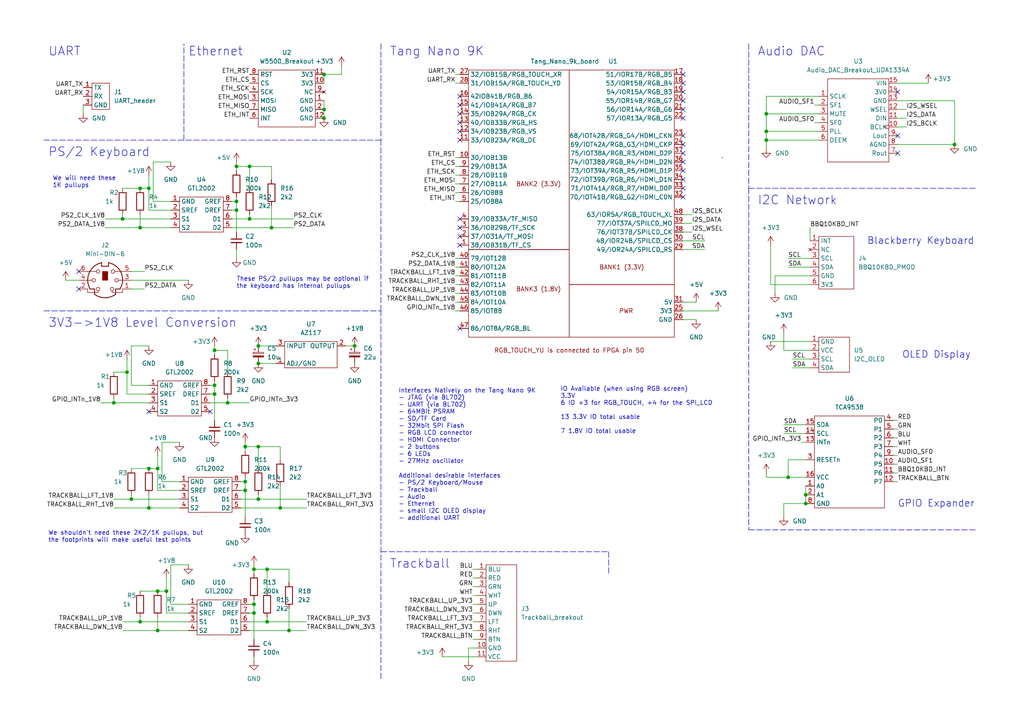
<source format=kicad_sch>
(kicad_sch (version 20211123) (generator eeschema)
  (paper "A4")
  (title_block (title "Tang Nano 9K Carrier Board") (date "2022-06-05") (rev "A") (company "Joseph Hindmarsh"))
  (lib_symbols
    (symbol "Connector:Mini-DIN-6" (pin_names (offset 1.016))
      (property "Reference" "J" (at 0 6.35 0))
      (property "Value" "Mini-DIN-6" (at 0 -6.35 0))
      (symbol "Mini-DIN-6_1_1"
        (pin passive line (at 7.62 -2.54 180) (length 2.54) (name "~") (number "1"))
        (pin passive line (at -7.62 -2.54 0) (length 2.54) (name "~") (number "2"))
        (pin passive line (at 7.62 0 180) (length 2.54) (name "~") (number "3"))
        (pin passive line (at -7.62 0 0) (length 2.54) (name "~") (number "4"))
        (pin passive line (at 7.62 2.54 180) (length 2.54) (name "~") (number "5"))
        (pin passive line (at -7.62 2.54 0) (length 2.54) (name "~") (number "6"))
      )
    )
    (symbol "Device:C_Polarized_Small" (pin_numbers hide) (pin_names (offset 0.254) hide)
      (property "Reference" "C" (at 0.254 1.778 0))
      (property "Value" "C_Polarized_Small" (at 0.254 -2.032 0))
      (symbol "C_Polarized_Small_1_1"
        (pin passive line (at 0 2.54 270) (length 1.8542) (name "~") (number "1"))
        (pin passive line (at 0 -2.54 90) (length 1.8542) (name "~") (number "2"))
      )
    )
    (symbol "Device:C_Small" (pin_numbers hide) (pin_names (offset 0.254) hide)
      (property "Reference" "C" (at 0.254 1.778 0))
      (property "Value" "C_Small" (at 0.254 -2.032 0))
      (symbol "C_Small_1_1"
        (pin passive line (at 0 2.54 270) (length 2.032) (name "~") (number "1"))
        (pin passive line (at 0 -2.54 90) (length 2.032) (name "~") (number "2"))
      )
    )
    (symbol "Device:R" (pin_numbers hide) (pin_names (offset 0))
      (property "Reference" "R" (at 2.032 0 90))
      (property "Value" "R" (at 0 0 90))
      (symbol "R_1_1"
        (pin passive line (at 0 3.81 270) (length 1.27) (name "~") (number "1"))
        (pin passive line (at 0 -3.81 90) (length 1.27) (name "~") (number "2"))
      )
    )
    (symbol "GTL2002_1"
      (property "Reference" "U" (at 0 0 0))
      (property "Value" "GTL2002_1" (at 0 12.7 0))
      (symbol "GTL2002_1_1_1"
        (pin power_in line (at -8.89 10.16 0) (length 2.54) (name "GND") (number "1"))
        (pin power_in line (at -8.89 7.62 0) (length 2.54) (name "SREF") (number "2"))
        (pin bidirectional line (at -8.89 5.08 0) (length 2.54) (name "S1") (number "3"))
        (pin bidirectional line (at -8.89 2.54 0) (length 2.54) (name "S2") (number "4"))
        (pin bidirectional line (at 8.89 2.54 180) (length 2.54) (name "D2") (number "5"))
        (pin bidirectional line (at 8.89 5.08 180) (length 2.54) (name "D1") (number "6"))
        (pin input line (at 8.89 7.62 180) (length 2.54) (name "DREF") (number "7"))
        (pin input line (at 8.89 10.16 180) (length 2.54) (name "GREF") (number "8"))
      )
    )
    (symbol "GTL2002_2"
      (property "Reference" "U" (at 0 0 0))
      (property "Value" "GTL2002_2" (at 0 12.7 0))
      (symbol "GTL2002_2_1_1"
        (pin power_in line (at -8.89 10.16 0) (length 2.54) (name "GND") (number "1"))
        (pin power_in line (at -8.89 7.62 0) (length 2.54) (name "SREF") (number "2"))
        (pin bidirectional line (at -8.89 5.08 0) (length 2.54) (name "S1") (number "3"))
        (pin bidirectional line (at -8.89 2.54 0) (length 2.54) (name "S2") (number "4"))
        (pin bidirectional line (at 8.89 2.54 180) (length 2.54) (name "D2") (number "5"))
        (pin bidirectional line (at 8.89 5.08 180) (length 2.54) (name "D1") (number "6"))
        (pin input line (at 8.89 7.62 180) (length 2.54) (name "DREF") (number "7"))
        (pin input line (at 8.89 10.16 180) (length 2.54) (name "GREF") (number "8"))
      )
    )
    (symbol "GTL2002_3"
      (property "Reference" "U" (at 0 0 0))
      (property "Value" "GTL2002_3" (at 0 12.7 0))
      (symbol "GTL2002_3_1_1"
        (pin power_in line (at -8.89 10.16 0) (length 2.54) (name "GND") (number "1"))
        (pin power_in line (at -8.89 7.62 0) (length 2.54) (name "SREF") (number "2"))
        (pin bidirectional line (at -8.89 5.08 0) (length 2.54) (name "S1") (number "3"))
        (pin bidirectional line (at -8.89 2.54 0) (length 2.54) (name "S2") (number "4"))
        (pin bidirectional line (at 8.89 2.54 180) (length 2.54) (name "D2") (number "5"))
        (pin bidirectional line (at 8.89 5.08 180) (length 2.54) (name "D1") (number "6"))
        (pin input line (at 8.89 7.62 180) (length 2.54) (name "DREF") (number "7"))
        (pin input line (at 8.89 10.16 180) (length 2.54) (name "GREF") (number "8"))
      )
    )
    (symbol "fpca:AZ117"
      (property "Reference" "U" (at 0 0 0))
      (property "Value" "AZ117" (at 0 10.16 0))
      (symbol "AZ117_1_1"
        (pin power_in line (at -10.16 2.54 0) (length 2.54) (name "ADJ/GND") (number "1"))
        (pin power_out line (at 10.16 7.62 180) (length 2.54) (name "OUTPUT") (number "2"))
        (pin power_in line (at -10.16 7.62 0) (length 2.54) (name "INPUT") (number "3"))
      )
    )
    (symbol "fpca:Audio_DAC_Breakout_UDA1334A"
      (property "Reference" "U" (at 0 0 0))
      (property "Value" "Audio_DAC_Breakout_UDA1334A" (at 0 27.94 0))
      (symbol "Audio_DAC_Breakout_UDA1334A_1_1"
        (pin input line (at -11.43 21.59 0) (length 2.54) (name "SCLK") (number "1"))
        (pin input clock (at 11.43 12.7 180) (length 2.54) (name "BCLK") (number "10"))
        (pin input line (at 11.43 15.24 180) (length 2.54) (name "DIN") (number "11"))
        (pin input line (at 11.43 17.78 180) (length 2.54) (name "WSEL") (number "12"))
        (pin power_in line (at 11.43 20.32 180) (length 2.54) (name "GND") (number "13"))
        (pin power_in line (at 11.43 22.86 180) (length 2.54) (name "3V0") (number "14"))
        (pin power_in line (at 11.43 25.4 180) (length 2.54) (name "VIN") (number "15"))
        (pin input line (at -11.43 19.05 0) (length 2.54) (name "SF1") (number "2"))
        (pin input line (at -11.43 16.51 0) (length 2.54) (name "MUTE") (number "3"))
        (pin input line (at -11.43 13.97 0) (length 2.54) (name "SF0") (number "4"))
        (pin input line (at -11.43 11.43 0) (length 2.54) (name "PLL") (number "5"))
        (pin input line (at -11.43 8.89 0) (length 2.54) (name "DEEM") (number "6"))
        (pin output line (at 11.43 5.08 180) (length 2.54) (name "Rout") (number "7"))
        (pin power_in line (at 11.43 7.62 180) (length 2.54) (name "AGND") (number "8"))
        (pin output line (at 11.43 10.16 180) (length 2.54) (name "Lout") (number "9"))
      )
    )
    (symbol "fpca:BBQ10KBD_PMOD"
      (property "Reference" "U" (at 0 0 0))
      (property "Value" "BBQ10KBD_PMOD" (at 0 19.05 0))
      (symbol "BBQ10KBD_PMOD_1_1"
        (pin output line (at -7.62 16.51 0) (length 2.54) (name "INT") (number "1"))
        (pin no_connect line (at -7.62 13.97 0) (length 2.54) (name "NC") (number "2"))
        (pin bidirectional line (at -7.62 11.43 0) (length 2.54) (name "SCL") (number "3"))
        (pin bidirectional line (at -7.62 8.89 0) (length 2.54) (name "SDA") (number "4"))
        (pin power_in line (at -7.62 6.35 0) (length 2.54) (name "GND") (number "5"))
        (pin power_in line (at -7.62 3.81 0) (length 2.54) (name "3V3") (number "6"))
      )
    )
    (symbol "fpca:GTL2002"
      (property "Reference" "U" (at 0 0 0))
      (property "Value" "GTL2002" (at 0 12.7 0))
      (symbol "GTL2002_1_1"
        (pin power_in line (at -8.89 10.16 0) (length 2.54) (name "GND") (number "1"))
        (pin power_in line (at -8.89 7.62 0) (length 2.54) (name "SREF") (number "2"))
        (pin bidirectional line (at -8.89 5.08 0) (length 2.54) (name "S1") (number "3"))
        (pin bidirectional line (at -8.89 2.54 0) (length 2.54) (name "S2") (number "4"))
        (pin bidirectional line (at 8.89 2.54 180) (length 2.54) (name "D2") (number "5"))
        (pin bidirectional line (at 8.89 5.08 180) (length 2.54) (name "D1") (number "6"))
        (pin input line (at 8.89 7.62 180) (length 2.54) (name "DREF") (number "7"))
        (pin input line (at 8.89 10.16 180) (length 2.54) (name "GREF") (number "8"))
      )
    )
    (symbol "fpca:I2C_OLED"
      (property "Reference" "U" (at 0 0 0))
      (property "Value" "I2C_OLED" (at 0 15.24 0))
      (symbol "I2C_OLED_1_1"
        (pin power_in line (at -7.62 11.43 0) (length 2.54) (name "GND") (number "1"))
        (pin power_in line (at -7.62 8.89 0) (length 2.54) (name "VCC") (number "2"))
        (pin bidirectional line (at -7.62 6.35 0) (length 2.54) (name "SCL") (number "3"))
        (pin bidirectional line (at -7.62 3.81 0) (length 2.54) (name "SDA") (number "4"))
      )
    )
    (symbol "fpca:TCA9538"
      (property "Reference" "U" (at 0 0 0))
      (property "Value" "TCA9538" (at 0 31.75 0))
      (symbol "TCA9538_1_1"
        (pin input line (at -12.7 10.16 0) (length 2.54) (name "A0") (number "1"))
        (pin bidirectional line (at 12.7 16.51 180) (length 2.54) (name "P5") (number "10"))
        (pin bidirectional line (at 12.7 13.97 180) (length 2.54) (name "P6") (number "11"))
        (pin bidirectional line (at 12.7 11.43 180) (length 2.54) (name "P7") (number "12"))
        (pin output line (at -12.7 22.86 0) (length 2.54) (name "INTn") (number "13"))
        (pin bidirectional line (at -12.7 25.4 0) (length 2.54) (name "SCL") (number "14"))
        (pin bidirectional line (at -12.7 27.94 0) (length 2.54) (name "SDA") (number "15"))
        (pin power_in line (at -12.7 12.7 0) (length 2.54) (name "VCC") (number "16"))
        (pin input line (at -12.7 7.62 0) (length 2.54) (name "A1") (number "2"))
        (pin input line (at -12.7 17.78 0) (length 2.54) (name "RESETn") (number "3"))
        (pin bidirectional line (at 12.7 29.21 180) (length 2.54) (name "P0") (number "4"))
        (pin bidirectional line (at 12.7 26.67 180) (length 2.54) (name "P1") (number "5"))
        (pin bidirectional line (at 12.7 24.13 180) (length 2.54) (name "P2") (number "6"))
        (pin bidirectional line (at 12.7 21.59 180) (length 2.54) (name "P3") (number "7"))
        (pin power_in line (at -12.7 5.08 0) (length 2.54) (name "GND") (number "8"))
        (pin bidirectional line (at 12.7 19.05 180) (length 2.54) (name "P4") (number "9"))
      )
    )
    (symbol "fpca:Tang_Nano_9k_board"
      (property "Reference" "U" (at -1.27 -45.72 0))
      (property "Value" "Tang_Nano_9k_board" (at 0 35.56 0))
      (symbol "Tang_Nano_9k_board_0_0"
        (text "BANK1 (3.3V)" (at 15.24 -24.13 0) (effects (font (size 1.27 1.27))))
        (text "BANK2 (3.3V)" (at -8.89 0 0) (effects (font (size 1.27 1.27))))
        (text "BANK3 (1.8V)" (at -8.89 -30.48 0) (effects (font (size 1.27 1.27))))
        (text "PWR" (at 16.51 -36.83 0) (effects (font (size 1.27 1.27))))
        (text "RGB_TOUCH_YU is connected to FPGA pin 50" (at 0 -48.26 0) (effects (font (size 1.27 1.27))))
      )
      (symbol "Tang_Nano_9k_board_1_1"
        (pin bidirectional line (at -31.75 -17.78 0) (length 2.54) (name "38/IOB31B/TF_CS") (number "1"))
        (pin bidirectional line (at -31.75 7.62 0) (length 2.54) (name "30/IOB13B") (number "10"))
        (pin bidirectional line (at -31.75 12.7 0) (length 2.54) (name "33/IOB23A/RGB_DE") (number "11"))
        (pin bidirectional line (at -31.75 15.24 0) (length 2.54) (name "34/IOB23B/RGB_VS") (number "12"))
        (pin bidirectional line (at -31.75 17.78 0) (length 2.54) (name "40/IOB33B/RGB_HS") (number "13"))
        (pin bidirectional line (at -31.75 20.32 0) (length 2.54) (name "35/IOB29A/RGB_CK") (number "14"))
        (pin bidirectional line (at -31.75 22.86 0) (length 2.54) (name "41/IOB41A/RGB_B7") (number "15"))
        (pin bidirectional line (at -31.75 25.4 0) (length 2.54) (name "42IOB41B/RGB_B6") (number "16"))
        (pin bidirectional line (at 33.02 31.75 180) (length 2.54) (name "51/IOR17B/RGB_B5") (number "17"))
        (pin bidirectional line (at 33.02 29.21 180) (length 2.54) (name "53/IOR15B/RGB_B4") (number "18"))
        (pin bidirectional line (at 33.02 26.67 180) (length 2.54) (name "54/IOR15A/RGB_B3") (number "19"))
        (pin bidirectional line (at -31.75 -15.24 0) (length 2.54) (name "37/IO31A/TF_MOSI") (number "2"))
        (pin bidirectional line (at 33.02 24.13 180) (length 2.54) (name "55/IOR14B/RGB_G7") (number "20"))
        (pin bidirectional line (at 33.02 21.59 180) (length 2.54) (name "56/IOR14A/RGB_G6") (number "21"))
        (pin bidirectional line (at 33.02 19.05 180) (length 2.54) (name "57/IOR13A/RGB_G5") (number "22"))
        (pin bidirectional line (at 33.02 13.97 180) (length 2.54) (name "68/IOT42B/RGB_G4/HDMI_CKN") (number "23"))
        (pin bidirectional line (at 33.02 11.43 180) (length 2.54) (name "69/IOT42A/RGB_G3/HDMI_CKP") (number "24"))
        (pin power_out line (at 33.02 -36.83 180) (length 2.54) (name "3V3") (number "25"))
        (pin power_out line (at 33.02 -39.37 180) (length 2.54) (name "GND") (number "26"))
        (pin bidirectional line (at -31.75 31.75 0) (length 2.54) (name "32/IOB15B/RGB_TOUCH_XR") (number "27"))
        (pin bidirectional line (at -31.75 29.21 0) (length 2.54) (name "31/IOB15A/RGB_TOUCH_YD") (number "28"))
        (pin bidirectional line (at 33.02 -19.05 180) (length 2.54) (name "49/IOR24A/SPILCD_RS") (number "29"))
        (pin bidirectional line (at -31.75 -12.7 0) (length 2.54) (name "36/IOB29B/TF_SCK") (number "3"))
        (pin bidirectional line (at 33.02 -16.51 180) (length 2.54) (name "48/IOR24B/SPILCD_CS") (number "30"))
        (pin power_out line (at 33.02 -34.29 180) (length 2.54) (name "5V") (number "31"))
        (pin bidirectional line (at 33.02 -3.81 180) (length 2.54) (name "70/IOT41B/RGB_G2/HDMI_C0N") (number "32"))
        (pin bidirectional line (at 33.02 -1.27 180) (length 2.54) (name "71/IOT41A/RGB_R7/HDMI_D0P") (number "33"))
        (pin bidirectional line (at 33.02 1.27 180) (length 2.54) (name "72/IOT39B/RGB_R6/HDMI_D1N") (number "34"))
        (pin bidirectional line (at 33.02 3.81 180) (length 2.54) (name "73/IOT39A/RGB_R5/HDMI_D1P") (number "35"))
        (pin bidirectional line (at 33.02 6.35 180) (length 2.54) (name "74/IOT38B/RGB_R4/HDMI_D2N") (number "36"))
        (pin bidirectional line (at 33.02 8.89 180) (length 2.54) (name "75/IOT38A/RGB_R3/HDMI_D2P") (number "37"))
        (pin bidirectional line (at 33.02 -13.97 180) (length 2.54) (name "76/IOT37B/SPILCD_CK") (number "38"))
        (pin bidirectional line (at 33.02 -11.43 180) (length 2.54) (name "77/IOT37A/SPILCD_MO") (number "39"))
        (pin bidirectional line (at -31.75 -10.16 0) (length 2.54) (name "39/IOB33A/TF_MISO") (number "4"))
        (pin bidirectional line (at -31.75 -21.59 0) (length 2.54) (name "79/IOT12B") (number "40"))
        (pin bidirectional line (at -31.75 -24.13 0) (length 2.54) (name "80/IOT12A") (number "41"))
        (pin bidirectional line (at -31.75 -26.67 0) (length 2.54) (name "81/IOT11B") (number "42"))
        (pin bidirectional line (at -31.75 -29.21 0) (length 2.54) (name "82/IOT11A") (number "43"))
        (pin bidirectional line (at -31.75 -31.75 0) (length 2.54) (name "83/IOT10B") (number "44"))
        (pin bidirectional line (at -31.75 -34.29 0) (length 2.54) (name "84/IOT10A") (number "45"))
        (pin bidirectional line (at -31.75 -36.83 0) (length 2.54) (name "85/IOT8B") (number "46"))
        (pin bidirectional line (at -31.75 -41.91 0) (length 2.54) (name "86/IOT8A/RGB_BL") (number "47"))
        (pin bidirectional line (at 33.02 -8.89 180) (length 2.54) (name "63/IOR5A/RGB_TOUCH_XL") (number "48"))
        (pin bidirectional line (at -31.75 -5.08 0) (length 2.54) (name "25/IOB8A") (number "5"))
        (pin bidirectional line (at -31.75 -2.54 0) (length 2.54) (name "26/IOB8B") (number "6"))
        (pin bidirectional line (at -31.75 0 0) (length 2.54) (name "27/IOB11A") (number "7"))
        (pin bidirectional line (at -31.75 2.54 0) (length 2.54) (name "28/IOB11B") (number "8"))
        (pin bidirectional line (at -31.75 5.08 0) (length 2.54) (name "29/IOB13A") (number "9"))
      )
    )
    (symbol "fpca:Trackball_breakout"
      (property "Reference" "U" (at 0 -11.43 0))
      (property "Value" "Trackball_breakout" (at 1.27 19.05 0))
      (symbol "Trackball_breakout_1_1"
        (pin input line (at -6.35 16.51 0) (length 2.54) (name "BLU") (number "1"))
        (pin power_in line (at -6.35 -6.35 0) (length 2.54) (name "GND") (number "10"))
        (pin power_in line (at -6.35 -8.89 0) (length 2.54) (name "VCC") (number "11"))
        (pin input line (at -6.35 13.97 0) (length 2.54) (name "RED") (number "2"))
        (pin input line (at -6.35 11.43 0) (length 2.54) (name "GRN") (number "3"))
        (pin input line (at -6.35 8.89 0) (length 2.54) (name "WHT") (number "4"))
        (pin output line (at -6.35 6.35 0) (length 2.54) (name "UP") (number "5"))
        (pin output line (at -6.35 3.81 0) (length 2.54) (name "DWN") (number "6"))
        (pin output line (at -6.35 1.27 0) (length 2.54) (name "LFT") (number "7"))
        (pin output line (at -6.35 -1.27 0) (length 2.54) (name "RHT") (number "8"))
        (pin output line (at -6.35 -3.81 0) (length 2.54) (name "BTN") (number "9"))
      )
    )
    (symbol "fpca:UART_header"
      (property "Reference" "J" (at 0 0 0))
      (property "Value" "UART_header" (at 0 11.43 0))
      (symbol "UART_header_1_1"
        (pin input line (at -5.08 8.89 0) (length 2.54) (name "TX") (number "1"))
        (pin output line (at -5.08 6.35 0) (length 2.54) (name "RX") (number "2"))
        (pin power_in line (at -5.08 3.81 0) (length 2.54) (name "GND") (number "3"))
      )
    )
    (symbol "fpca:W5500_Breakout"
      (property "Reference" "U" (at -1.27 2.54 0))
      (property "Value" "W5500_Breakout" (at 0 0 0))
      (symbol "W5500_Breakout_1_1"
        (pin power_in line (at 11.43 10.16 180) (length 2.54) (name "GND") (number "1"))
        (pin power_in line (at 11.43 15.24 180) (length 2.54) (name "3V3") (number "10"))
        (pin power_in line (at 11.43 17.78 180) (length 2.54) (name "3V3") (number "11"))
        (pin power_in line (at 11.43 5.08 180) (length 2.54) (name "GND") (number "12"))
        (pin power_in line (at 11.43 7.62 180) (length 2.54) (name "GND") (number "2"))
        (pin input line (at -10.16 10.16 0) (length 2.54) (name "MOSI") (number "3"))
        (pin input line (at -10.16 12.7 0) (length 2.54) (name "SCK") (number "4"))
        (pin input line (at -10.16 15.24 0) (length 2.54) (name "CS") (number "5"))
        (pin output line (at -10.16 5.08 0) (length 2.54) (name "INT") (number "6"))
        (pin output line (at -10.16 7.62 0) (length 2.54) (name "MISO") (number "7"))
        (pin input line (at -10.16 17.78 0) (length 2.54) (name "RST") (number "8"))
        (pin no_connect line (at 11.43 12.7 180) (length 2.54) (name "NC") (number "9"))
      )
    )
    (symbol "power:+1V8" (power) (pin_names (offset 0))
      (property "Value" "+1V8" (at 0 3.556 0))
      (symbol "+1V8_1_1"
        (pin power_in line (at 0 0 90) (length 0) hide (name "+1V8") (number "1"))
      )
    )
    (symbol "power:+3V3" (power) (pin_names (offset 0))
      (property "Value" "+3V3" (at 0 3.556 0))
      (symbol "+3V3_1_1"
        (pin power_in line (at 0 0 90) (length 0) hide (name "+3V3") (number "1"))
      )
    )
    (symbol "power:+5V" (power) (pin_names (offset 0))
      (property "Value" "+5V" (at 0 3.556 0))
      (symbol "+5V_1_1"
        (pin power_in line (at 0 0 90) (length 0) hide (name "+5V") (number "1"))
      )
    )
    (symbol "power:GND" (power) (pin_names (offset 0))
      (property "Value" "GND" (at 0 -3.81 0))
      (symbol "GND_1_1"
        (pin power_in line (at 0 0 270) (length 0) hide (name "GND") (number "1"))
      )
    )
  )
  (junction (at 43.18 147.32))
  (junction (at 48.26 171.45))
  (junction (at 233.68 146.05))
  (junction (at 66.04 116.84))
  (junction (at 276.86 41.91))
  (junction (at 71.12 129.54))
  (junction (at 71.12 139.7))
  (junction (at 77.47 165.1))
  (junction (at 68.58 60.96))
  (junction (at 222.25 38.1))
  (junction (at 73.66 175.26))
  (junction (at 62.23 111.76))
  (junction (at 36.83 107.95))
  (junction (at 222.25 33.02))
  (junction (at 68.58 48.26))
  (junction (at 43.18 54.61))
  (junction (at 38.1 144.78))
  (junction (at 45.72 135.89))
  (junction (at 77.47 180.34))
  (junction (at 45.72 171.45))
  (junction (at 74.93 100.33))
  (junction (at 83.82 182.88))
  (junction (at 102.87 100.33))
  (junction (at 93.98 34.29))
  (junction (at 93.98 31.75))
  (junction (at 78.74 66.04))
  (junction (at 43.18 135.89))
  (junction (at 40.64 180.34))
  (junction (at 71.12 142.24))
  (junction (at 222.25 40.64))
  (junction (at 40.64 54.61))
  (junction (at 33.02 116.84))
  (junction (at 81.28 147.32))
  (junction (at 73.66 177.8))
  (junction (at 74.93 105.41))
  (junction (at 74.93 144.78))
  (junction (at 93.98 21.59))
  (junction (at 45.72 182.88))
  (junction (at 72.39 63.5))
  (junction (at 228.6 138.43))
  (junction (at 62.23 101.6))
  (junction (at 73.66 165.1))
  (junction (at 35.56 63.5))
  (junction (at 233.68 143.51))
  (junction (at 72.39 48.26))
  (junction (at 68.58 58.42))
  (junction (at 74.93 129.54))
  (junction (at 40.64 66.04))
  (junction (at 62.23 114.3))
  (no_connect (at 133.35 40.64))
  (no_connect (at 133.35 63.5))
  (no_connect (at 133.35 71.12))
  (no_connect (at 133.35 68.58))
  (no_connect (at 133.35 66.04))
  (no_connect (at 133.35 27.94))
  (no_connect (at 133.35 30.48))
  (no_connect (at 133.35 33.02))
  (no_connect (at 133.35 35.56))
  (no_connect (at 133.35 38.1))
  (no_connect (at 198.12 21.59))
  (no_connect (at 198.12 24.13))
  (no_connect (at 198.12 26.67))
  (no_connect (at 198.12 29.21))
  (no_connect (at 198.12 31.75))
  (no_connect (at 198.12 57.15))
  (no_connect (at 198.12 34.29))
  (no_connect (at 198.12 39.37))
  (no_connect (at 198.12 41.91))
  (no_connect (at 198.12 44.45))
  (no_connect (at 198.12 52.07))
  (no_connect (at 198.12 54.61))
  (no_connect (at 198.12 49.53))
  (no_connect (at 198.12 46.99))
  (no_connect (at 260.35 39.37))
  (no_connect (at 260.35 26.67))
  (no_connect (at 260.35 44.45))
  (no_connect (at 60.96 119.38))
  (no_connect (at 43.18 119.38))
  (no_connect (at 22.86 78.74))
  (no_connect (at 22.86 83.82))
  (no_connect (at 133.35 95.25))
  (wire (pts (xy 234.95 82.55) (xy 223.52 82.55)))
  (wire (pts (xy 260.35 34.29) (xy 262.89 34.29)))
  (wire (pts (xy 60.96 114.3) (xy 62.23 114.3)))
  (polyline (pts (xy 217.17 54.61) (xy 217.17 153.67)))
  (wire (pts (xy 85.09 63.5) (xy 72.39 63.5)))
  (wire (pts (xy 222.25 38.1) (xy 237.49 38.1)))
  (wire (pts (xy 99.06 21.59) (xy 99.06 19.05)))
  (wire (pts (xy 45.72 171.45) (xy 48.26 171.45)))
  (wire (pts (xy 67.31 60.96) (xy 68.58 60.96)))
  (wire (pts (xy 33.02 107.95) (xy 36.83 107.95)))
  (wire (pts (xy 54.61 163.83) (xy 49.53 163.83)))
  (wire (pts (xy 132.08 48.26) (xy 133.35 48.26)))
  (wire (pts (xy 132.08 50.8) (xy 133.35 50.8)))
  (wire (pts (xy 137.16 165.1) (xy 138.43 165.1)))
  (wire (pts (xy 45.72 135.89) (xy 45.72 142.24)))
  (wire (pts (xy 30.48 66.04) (xy 40.64 66.04)))
  (wire (pts (xy 137.16 180.34) (xy 138.43 180.34)))
  (wire (pts (xy 276.86 29.21) (xy 260.35 29.21)))
  (wire (pts (xy 40.64 66.04) (xy 49.53 66.04)))
  (wire (pts (xy 68.58 48.26) (xy 68.58 49.53)))
  (wire (pts (xy 229.87 106.68) (xy 234.95 106.68)))
  (wire (pts (xy 137.16 182.88) (xy 138.43 182.88)))
  (wire (pts (xy 132.08 45.72) (xy 133.35 45.72)))
  (wire (pts (xy 222.25 40.64) (xy 222.25 43.18)))
  (wire (pts (xy 36.83 107.95) (xy 36.83 114.3)))
  (wire (pts (xy 132.08 85.09) (xy 133.35 85.09)))
  (wire (pts (xy 62.23 110.49) (xy 62.23 111.76)))
  (polyline (pts (xy 12.7 90.17) (xy 102.87 90.17)))
  (wire (pts (xy 33.02 147.32) (xy 43.18 147.32)))
  (wire (pts (xy 260.35 124.46) (xy 259.08 124.46)))
  (wire (pts (xy 72.39 48.26) (xy 68.58 48.26)))
  (wire (pts (xy 38.1 135.89) (xy 43.18 135.89)))
  (wire (pts (xy 100.33 100.33) (xy 102.87 100.33)))
  (wire (pts (xy 48.26 171.45) (xy 48.26 177.8)))
  (wire (pts (xy 73.66 191.77) (xy 73.66 190.5)))
  (wire (pts (xy 78.74 52.07) (xy 78.74 48.26)))
  (wire (pts (xy 83.82 182.88) (xy 72.39 182.88)))
  (wire (pts (xy 93.98 31.75) (xy 93.98 34.29)))
  (wire (pts (xy 49.53 175.26) (xy 54.61 175.26)))
  (wire (pts (xy 132.08 58.42) (xy 133.35 58.42)))
  (wire (pts (xy 78.74 66.04) (xy 67.31 66.04)))
  (wire (pts (xy 222.25 40.64) (xy 237.49 40.64)))
  (wire (pts (xy 93.98 21.59) (xy 99.06 21.59)))
  (wire (pts (xy 33.02 116.84) (xy 43.18 116.84)))
  (wire (pts (xy 88.9 144.78) (xy 74.93 144.78)))
  (wire (pts (xy 71.12 142.24) (xy 71.12 139.7)))
  (wire (pts (xy 72.39 116.84) (xy 66.04 116.84)))
  (wire (pts (xy 72.39 62.23) (xy 72.39 63.5)))
  (wire (pts (xy 83.82 165.1) (xy 77.47 165.1)))
  (wire (pts (xy 74.93 129.54) (xy 74.93 135.89)))
  (wire (pts (xy 204.47 69.85) (xy 198.12 69.85)))
  (wire (pts (xy 29.21 116.84) (xy 33.02 116.84)))
  (wire (pts (xy 137.16 172.72) (xy 138.43 172.72)))
  (wire (pts (xy 45.72 179.07) (xy 45.72 182.88)))
  (wire (pts (xy 222.25 33.02) (xy 237.49 33.02)))
  (wire (pts (xy 72.39 175.26) (xy 73.66 175.26)))
  (wire (pts (xy 200.66 62.23) (xy 198.12 62.23)))
  (wire (pts (xy 198.12 92.71) (xy 201.93 92.71)))
  (wire (pts (xy 198.12 87.63) (xy 201.93 87.63)))
  (wire (pts (xy 43.18 54.61) (xy 43.18 60.96)))
  (polyline (pts (xy 110.49 90.17) (xy 110.49 40.64)))
  (wire (pts (xy 236.22 35.56) (xy 237.49 35.56)))
  (wire (pts (xy 36.83 114.3) (xy 43.18 114.3)))
  (wire (pts (xy 77.47 165.1) (xy 77.47 171.45)))
  (wire (pts (xy 132.08 74.93) (xy 133.35 74.93)))
  (wire (pts (xy 43.18 143.51) (xy 43.18 147.32)))
  (wire (pts (xy 33.02 144.78) (xy 38.1 144.78)))
  (polyline (pts (xy 110.49 160.02) (xy 176.53 160.02)))
  (wire (pts (xy 200.66 64.77) (xy 198.12 64.77)))
  (wire (pts (xy 48.26 167.64) (xy 48.26 171.45)))
  (wire (pts (xy 71.12 129.54) (xy 71.12 130.81)))
  (wire (pts (xy 72.39 48.26) (xy 72.39 54.61)))
  (wire (pts (xy 137.16 185.42) (xy 138.43 185.42)))
  (polyline (pts (xy 217.17 54.61) (xy 283.21 54.61)))
  (wire (pts (xy 137.16 167.64) (xy 138.43 167.64)))
  (wire (pts (xy 49.53 163.83) (xy 49.53 175.26)))
  (wire (pts (xy 228.6 74.93) (xy 234.95 74.93)))
  (wire (pts (xy 81.28 147.32) (xy 88.9 147.32)))
  (wire (pts (xy 48.26 177.8) (xy 54.61 177.8)))
  (wire (pts (xy 69.85 139.7) (xy 71.12 139.7)))
  (polyline (pts (xy 217.17 12.7) (xy 217.17 54.61)))
  (wire (pts (xy 234.95 101.6) (xy 227.33 101.6)))
  (wire (pts (xy 132.08 90.17) (xy 133.35 90.17)))
  (wire (pts (xy 222.25 38.1) (xy 222.25 40.64)))
  (wire (pts (xy 73.66 173.99) (xy 73.66 175.26)))
  (wire (pts (xy 224.79 80.01) (xy 234.95 80.01)))
  (wire (pts (xy 228.6 133.35) (xy 228.6 138.43)))
  (wire (pts (xy 227.33 146.05) (xy 227.33 149.86)))
  (wire (pts (xy 74.93 100.33) (xy 80.01 100.33)))
  (wire (pts (xy 132.08 80.01) (xy 133.35 80.01)))
  (wire (pts (xy 41.91 83.82) (xy 38.1 83.82)))
  (wire (pts (xy 83.82 182.88) (xy 88.9 182.88)))
  (wire (pts (xy 88.9 180.34) (xy 77.47 180.34)))
  (wire (pts (xy 19.05 81.28) (xy 22.86 81.28)))
  (wire (pts (xy 68.58 72.39) (xy 68.58 74.93)))
  (wire (pts (xy 233.68 143.51) (xy 233.68 146.05)))
  (wire (pts (xy 78.74 59.69) (xy 78.74 66.04)))
  (wire (pts (xy 68.58 60.96) (xy 68.58 58.42)))
  (wire (pts (xy 228.6 138.43) (xy 233.68 138.43)))
  (wire (pts (xy 77.47 165.1) (xy 73.66 165.1)))
  (wire (pts (xy 234.95 66.04) (xy 234.95 69.85)))
  (wire (pts (xy 260.35 137.16) (xy 259.08 137.16)))
  (wire (pts (xy 74.93 105.41) (xy 80.01 105.41)))
  (polyline (pts (xy 110.49 12.7) (xy 110.49 40.64)))
  (wire (pts (xy 66.04 116.84) (xy 60.96 116.84)))
  (wire (pts (xy 66.04 101.6) (xy 62.23 101.6)))
  (wire (pts (xy 81.28 140.97) (xy 81.28 147.32)))
  (wire (pts (xy 83.82 176.53) (xy 83.82 182.88)))
  (wire (pts (xy 38.1 100.33) (xy 38.1 111.76)))
  (wire (pts (xy 74.93 143.51) (xy 74.93 144.78)))
  (polyline (pts (xy 176.53 160.02) (xy 176.53 166.37)))
  (wire (pts (xy 260.35 41.91) (xy 276.86 41.91)))
  (wire (pts (xy 43.18 100.33) (xy 38.1 100.33)))
  (wire (pts (xy 43.18 147.32) (xy 52.07 147.32)))
  (wire (pts (xy 44.45 46.99) (xy 44.45 58.42)))
  (wire (pts (xy 73.66 163.83) (xy 73.66 165.1)))
  (wire (pts (xy 38.1 78.74) (xy 41.91 78.74)))
  (wire (pts (xy 227.33 146.05) (xy 233.68 146.05)))
  (wire (pts (xy 128.27 190.5) (xy 138.43 190.5)))
  (wire (pts (xy 260.35 127) (xy 259.08 127)))
  (wire (pts (xy 137.16 175.26) (xy 138.43 175.26)))
  (wire (pts (xy 73.66 165.1) (xy 73.66 166.37)))
  (wire (pts (xy 49.53 46.99) (xy 44.45 46.99)))
  (wire (pts (xy 73.66 177.8) (xy 73.66 175.26)))
  (wire (pts (xy 135.89 187.96) (xy 138.43 187.96)))
  (wire (pts (xy 68.58 57.15) (xy 68.58 58.42)))
  (wire (pts (xy 227.33 125.73) (xy 233.68 125.73)))
  (wire (pts (xy 77.47 179.07) (xy 77.47 180.34)))
  (wire (pts (xy 43.18 50.8) (xy 43.18 54.61)))
  (wire (pts (xy 132.08 53.34) (xy 133.35 53.34)))
  (wire (pts (xy 260.35 36.83) (xy 262.89 36.83)))
  (wire (pts (xy 62.23 101.6) (xy 62.23 102.87)))
  (wire (pts (xy 222.25 33.02) (xy 222.25 38.1)))
  (wire (pts (xy 46.99 128.27) (xy 46.99 139.7)))
  (wire (pts (xy 72.39 177.8) (xy 73.66 177.8)))
  (wire (pts (xy 260.35 129.54) (xy 259.08 129.54)))
  (polyline (pts (xy 110.49 40.64) (xy 102.87 40.64)))
  (wire (pts (xy 135.89 191.77) (xy 135.89 187.96)))
  (wire (pts (xy 227.33 123.19) (xy 233.68 123.19)))
  (wire (pts (xy 228.6 77.47) (xy 234.95 77.47)))
  (wire (pts (xy 260.35 121.92) (xy 259.08 121.92)))
  (wire (pts (xy 132.08 55.88) (xy 133.35 55.88)))
  (wire (pts (xy 233.68 133.35) (xy 228.6 133.35)))
  (wire (pts (xy 222.25 27.94) (xy 222.25 33.02)))
  (wire (pts (xy 38.1 111.76) (xy 43.18 111.76)))
  (wire (pts (xy 60.96 111.76) (xy 62.23 111.76)))
  (wire (pts (xy 36.83 104.14) (xy 36.83 107.95)))
  (wire (pts (xy 236.22 30.48) (xy 237.49 30.48)))
  (wire (pts (xy 74.93 129.54) (xy 71.12 129.54)))
  (wire (pts (xy 223.52 82.55) (xy 223.52 71.12)))
  (wire (pts (xy 44.45 58.42) (xy 49.53 58.42)))
  (wire (pts (xy 45.72 142.24) (xy 52.07 142.24)))
  (wire (pts (xy 224.79 85.09) (xy 224.79 80.01)))
  (wire (pts (xy 233.68 140.97) (xy 233.68 143.51)))
  (wire (pts (xy 67.31 58.42) (xy 68.58 58.42)))
  (polyline (pts (xy 53.34 40.64) (xy 53.34 12.7)))
  (wire (pts (xy 35.56 182.88) (xy 45.72 182.88)))
  (wire (pts (xy 35.56 54.61) (xy 40.64 54.61)))
  (wire (pts (xy 93.98 29.21) (xy 93.98 31.75)))
  (wire (pts (xy 137.16 177.8) (xy 138.43 177.8)))
  (polyline (pts (xy 102.87 90.17) (xy 110.49 90.17)))
  (wire (pts (xy 71.12 128.27) (xy 71.12 129.54)))
  (wire (pts (xy 132.08 24.13) (xy 133.35 24.13)))
  (wire (pts (xy 83.82 168.91) (xy 83.82 165.1)))
  (wire (pts (xy 35.56 180.34) (xy 40.64 180.34)))
  (wire (pts (xy 40.64 54.61) (xy 43.18 54.61)))
  (polyline (pts (xy 110.49 196.85) (xy 110.49 90.17)))
  (wire (pts (xy 38.1 144.78) (xy 52.07 144.78)))
  (wire (pts (xy 66.04 101.6) (xy 66.04 107.95)))
  (wire (pts (xy 40.64 180.34) (xy 54.61 180.34)))
  (polyline (pts (xy 12.7 40.64) (xy 102.87 40.64)))
  (wire (pts (xy 46.99 139.7) (xy 52.07 139.7)))
  (wire (pts (xy 204.47 72.39) (xy 198.12 72.39)))
  (wire (pts (xy 43.18 135.89) (xy 45.72 135.89)))
  (wire (pts (xy 66.04 115.57) (xy 66.04 116.84)))
  (wire (pts (xy 77.47 180.34) (xy 72.39 180.34)))
  (wire (pts (xy 132.08 82.55) (xy 133.35 82.55)))
  (wire (pts (xy 62.23 114.3) (xy 62.23 111.76)))
  (wire (pts (xy 68.58 60.96) (xy 68.58 67.31)))
  (wire (pts (xy 222.25 27.94) (xy 237.49 27.94)))
  (wire (pts (xy 260.35 134.62) (xy 259.08 134.62)))
  (wire (pts (xy 200.66 67.31) (xy 198.12 67.31)))
  (wire (pts (xy 40.64 179.07) (xy 40.64 180.34)))
  (wire (pts (xy 132.08 77.47) (xy 133.35 77.47)))
  (wire (pts (xy 132.08 21.59) (xy 133.35 21.59)))
  (wire (pts (xy 78.74 48.26) (xy 72.39 48.26)))
  (wire (pts (xy 137.16 170.18) (xy 138.43 170.18)))
  (wire (pts (xy 132.08 87.63) (xy 133.35 87.63)))
  (wire (pts (xy 30.48 63.5) (xy 35.56 63.5)))
  (wire (pts (xy 93.98 21.59) (xy 93.98 24.13)))
  (wire (pts (xy 227.33 101.6) (xy 227.33 96.52)))
  (wire (pts (xy 38.1 81.28) (xy 54.61 81.28)))
  (polyline (pts (xy 217.17 153.67) (xy 283.21 153.67)))
  (wire (pts (xy 62.23 100.33) (xy 62.23 101.6)))
  (wire (pts (xy 276.86 29.21) (xy 276.86 41.91)))
  (wire (pts (xy 73.66 177.8) (xy 73.66 185.42)))
  (wire (pts (xy 43.18 60.96) (xy 49.53 60.96)))
  (wire (pts (xy 62.23 114.3) (xy 62.23 121.92)))
  (wire (pts (xy 223.52 99.06) (xy 234.95 99.06)))
  (wire (pts (xy 260.35 24.13) (xy 269.24 24.13)))
  (wire (pts (xy 260.35 132.08) (xy 259.08 132.08)))
  (wire (pts (xy 71.12 138.43) (xy 71.12 139.7)))
  (wire (pts (xy 45.72 182.88) (xy 54.61 182.88)))
  (wire (pts (xy 74.93 144.78) (xy 69.85 144.78)))
  (wire (pts (xy 40.64 171.45) (xy 45.72 171.45)))
  (wire (pts (xy 81.28 129.54) (xy 74.93 129.54)))
  (wire (pts (xy 52.07 128.27) (xy 46.99 128.27)))
  (wire (pts (xy 35.56 63.5) (xy 49.53 63.5)))
  (wire (pts (xy 33.02 116.84) (xy 33.02 115.57)))
  (wire (pts (xy 260.35 139.7) (xy 259.08 139.7)))
  (wire (pts (xy 81.28 133.35) (xy 81.28 129.54)))
  (wire (pts (xy 40.64 62.23) (xy 40.64 66.04)))
  (wire (pts (xy 38.1 143.51) (xy 38.1 144.78)))
  (wire (pts (xy 222.25 137.16) (xy 222.25 138.43)))
  (wire (pts (xy 35.56 62.23) (xy 35.56 63.5)))
  (wire (pts (xy 198.12 90.17) (xy 208.28 90.17)))
  (wire (pts (xy 72.39 63.5) (xy 67.31 63.5)))
  (wire (pts (xy 260.35 31.75) (xy 262.89 31.75)))
  (wire (pts (xy 229.87 104.14) (xy 234.95 104.14)))
  (wire (pts (xy 24.13 33.02) (xy 24.13 30.48)))
  (wire (pts (xy 45.72 132.08) (xy 45.72 135.89)))
  (wire (pts (xy 68.58 46.99) (xy 68.58 48.26)))
  (wire (pts (xy 69.85 142.24) (xy 71.12 142.24)))
  (wire (pts (xy 222.25 138.43) (xy 228.6 138.43)))
  (wire (pts (xy 81.28 147.32) (xy 69.85 147.32)))
  (wire (pts (xy 71.12 142.24) (xy 71.12 149.86)))
  (wire (pts (xy 85.09 66.04) (xy 78.74 66.04)))
  (wire (pts (xy 232.41 128.27) (xy 233.68 128.27)))
  (text "We will need these \n1K pullups" (at 15.24 54.61 0) (effects (font (size 1.27 1.27)) (justify left bottom)))
  (text "Audio DAC" (at 219.71 16.51 0) (effects (font (size 2.54 2.54)) (justify left bottom)))
  (text "IO Available (when using RGB screen)\n3.3V\n6 IO +3 for RGB_TOUCH, +4 for the SPI_LCD\n\n13 3.3V IO total usable\n\n7 1.8V IO total usable\n\n\n " (at 162.56 132.08 0) (effects (font (size 1.27 1.27)) (justify left bottom)))
  (text "Tang Nano 9K" (at 113.03 16.51 0) (effects (font (size 2.54 2.54)) (justify left bottom)))
  (text "We shouldn't need these 2K2/1K pullups, but\nthe footprints will make useful test points" (at 13.97 157.48 0) (effects (font (size 1.27 1.27)) (justify left bottom)))
  (text "These PS/2 pullups may be optional if\nthe keyboard has internal pullups" (at 68.58 83.82 0) (effects (font (size 1.27 1.27)) (justify left bottom)))
  (text "PS/2 Keyboard" (at 13.97 45.72 0) (effects (font (size 2.54 2.54)) (justify left bottom)))
  (text "Additional desirable interfaces\n- PS/2 Keyboard/Mouse\n- Trackball\n- Audio\n- Ethernet\n- small I2C OLED display\n- additional UART" (at 115.57 151.13 0) (effects (font (size 1.27 1.27)) (justify left bottom)))
  (text "Ethernet" (at 54.61 16.51 0) (effects (font (size 2.54 2.54)) (justify left bottom)))
  (text "Interfaces Natively on the Tang Nano 9K\n- JTAG (via BL702)\n- UART (via BL702)\n- 64MBit PSRAM\n- SD/TF Card\n- 32Mbit SPI Flash\n- RGB LCD connector\n- HDMI Connector\n- 2 buttons\n- 6 LEDs\n- 27MHz oscillator\n" (at 115.57 134.62 0) (effects (font (size 1.27 1.27)) (justify left bottom)))
  (text "GPIO Expander" (at 260.35 147.32 0) (effects (font (size 2 2)) (justify left bottom)))
  (text "Trackball" (at 113.03 165.1 0) (effects (font (size 2.54 2.54)) (justify left bottom)))
  (text "UART" (at 13.97 16.51 0) (effects (font (size 2.54 2.54)) (justify left bottom)))
  (text "I2C Network" (at 219.71 59.69 0) (effects (font (size 2.54 2.54)) (justify left bottom)))
  (text "OLED Display" (at 261.62 104.14 0) (effects (font (size 2 2)) (justify left bottom)))
  (text "3V3->1V8 Level Conversion" (at 13.97 95.25 0) (effects (font (size 2.54 2.54)) (justify left bottom)))
  (text "Blackberry Keyboard" (at 251.46 71.12 0) (effects (font (size 2 2)) (justify left bottom)))
  (label "SDA" (at 228.6 77.47 0))
  (label "GPIO_INTn_1V8" (at 29.21 116.84 180))
  (label "TRACKBALL_UP_3V3" (at 137.16 175.26 180))
  (label "UART_RX" (at 24.13 27.94 180))
  (label "TRACKBALL_RHT_1V8" (at 33.02 147.32 180))
  (label "AUDIO_SF1" (at 260.35 134.62 0))
  (label "AUDIO_SF0" (at 236.22 35.56 180))
  (label "TRACKBALL_LFT_3V3" (at 88.9 144.78 0))
  (label "GPIO_INTn_3V3" (at 232.41 128.27 180))
  (label "GRN" (at 260.35 124.46 0))
  (label "PS2_CLK" (at 85.09 63.5 0))
  (label "PS2_DATA" (at 41.91 83.82 0))
  (label "ETH_MISO" (at 72.39 31.75 180))
  (label "TRACKBALL_BTN" (at 260.35 139.7 0))
  (label "TRACKBALL_RHT_3V3" (at 137.16 182.88 180))
  (label "PS2_DATA" (at 85.09 66.04 0))
  (label "BBQ10KBD_INT" (at 234.95 66.04 0))
  (label "PS2_CLK_1V8" (at 30.48 63.5 180))
  (label "TRACKBALL_RHT_1V8" (at 132.08 82.55 180))
  (label "ETH_MOSI" (at 72.39 29.21 180))
  (label "PS2_DATA_1V8" (at 132.08 77.47 180))
  (label "TRACKBALL_RHT_3V3" (at 88.9 147.32 0))
  (label "BBQ10KBD_INT" (at 260.35 137.16 0))
  (label "ETH_INT" (at 72.39 34.29 180))
  (label "ETH_SCK" (at 72.39 26.67 180))
  (label "TRACKBALL_LFT_3V3" (at 137.16 180.34 180))
  (label "GPIO_INTn_3V3" (at 72.39 116.84 0))
  (label "AUDIO_SF0" (at 260.35 132.08 0))
  (label "SCL" (at 229.87 104.14 0))
  (label "ETH_RST" (at 132.08 45.72 180))
  (label "PS2_CLK_1V8" (at 132.08 74.93 180))
  (label "UART_TX" (at 132.08 21.59 180))
  (label "AUDIO_SF1" (at 236.22 30.48 180))
  (label "TRACKBALL_DWN_3V3" (at 88.9 182.88 0))
  (label "TRACKBALL_LFT_1V8" (at 33.02 144.78 180))
  (label "ETH_CS" (at 72.39 24.13 180))
  (label "I2S_WSEL" (at 200.66 67.31 0))
  (label "TRACKBALL_DWN_3V3" (at 137.16 177.8 180))
  (label "SDA" (at 229.87 106.68 0))
  (label "BLU" (at 260.35 127 0))
  (label "TRACKBALL_UP_3V3" (at 88.9 180.34 0))
  (label "TRACKBALL_UP_1V8" (at 132.08 85.09 180))
  (label "ETH_RST" (at 72.39 21.59 180))
  (label "TRACKBALL_DWN_1V8" (at 35.56 182.88 180))
  (label "TRACKBALL_BTN" (at 137.16 185.42 180))
  (label "RED" (at 137.16 167.64 180))
  (label "GRN" (at 137.16 170.18 180))
  (label "I2S_BCLK" (at 262.89 36.83 0))
  (label "TRACKBALL_DWN_1V8" (at 132.08 87.63 180))
  (label "ETH_MOSI" (at 132.08 53.34 180))
  (label "RED" (at 260.35 121.92 0))
  (label "ETH_CS" (at 132.08 48.26 180))
  (label "PS2_CLK" (at 41.91 78.74 0))
  (label "WHT" (at 260.35 129.54 0))
  (label "WHT" (at 137.16 172.72 180))
  (label "ETH_SCK" (at 132.08 50.8 180))
  (label "SCL" (at 228.6 74.93 0))
  (label "TRACKBALL_LFT_1V8" (at 132.08 80.01 180))
  (label "ETH_INT" (at 132.08 58.42 180))
  (label "I2S_BCLK" (at 200.66 62.23 0))
  (label "SDA" (at 204.47 72.39 180))
  (label "GPIO_INTn_1V8" (at 132.08 90.17 180))
  (label "SDA" (at 227.33 123.19 0))
  (label "TRACKBALL_UP_1V8" (at 35.56 180.34 180))
  (label "I2S_DATA" (at 200.66 64.77 0))
  (label "BLU" (at 137.16 165.1 180))
  (label "UART_TX" (at 24.13 25.4 180))
  (label "UART_RX" (at 132.08 24.13 180))
  (label "PS2_DATA_1V8" (at 30.48 66.04 180))
  (label "SCL" (at 227.33 125.73 0))
  (label "SCL" (at 204.47 69.85 180))
  (label "ETH_MISO" (at 132.08 55.88 180))
  (label "I2S_WSEL" (at 262.89 31.75 0))
  (label "I2S_DATA" (at 262.89 34.29 0))
  (symbol (lib_id "power:+1V8") (at 43.18 50.8 0) (unit 1)
    (property "Reference" "#PWR04" (effects hide))
    (property "Value" "+1V8" (at 39.37 49.53 0))
  )
  (symbol (lib_id "fpca:AZ117") (at 90.17 107.95 0) (unit 1)
    (property "Reference" "U7" (at 90.17 93.98 0))
    (property "Value" "AZ117" (at 90.17 96.52 0))
  )
  (symbol (lib_id "power:+3V3") (at 74.93 100.33 0) (unit 1)
    (property "Reference" "#PWR020" (effects hide))
    (property "Value" "+3V3" (at 74.93 95.25 0))
  )
  (symbol (lib_id "power:+3V3") (at 62.23 100.33 0) (unit 1)
    (property "Reference" "#PWR012" (effects hide))
    (property "Value" "+3V3" (at 58.42 99.06 0))
  )
  (symbol (lib_id "Device:R") (at 35.56 58.42 180) (unit 1)
    (property "Reference" "R2" (at 31.75 55.88 0) (effects (justify right)))
    (property "Value" "1k" (at 30.48 58.42 0) (effects (justify right)))
  )
  (symbol (lib_id "fpca:I2C_OLED") (at 242.57 110.49 0) (unit 1)
    (property "Reference" "U5" (at 247.65 101.5999 0) (effects (justify left)))
    (property "Value" "I2C_OLED" (at 247.65 104.14 0) (effects (justify left)))
  )
  (symbol (lib_id "power:+3V3") (at 222.25 137.16 0) (unit 1)
    (property "Reference" "#PWR032" (effects hide))
    (property "Value" "+3V3" (at 222.25 132.08 0))
  )
  (symbol (lib_id "power:GND") (at 62.23 127 0) (unit 1)
    (property "Reference" "#PWR013" (effects hide))
    (property "Value" "GND" (at 59.69 127 0))
  )
  (symbol (lib_name "GTL2002_1") (lib_id "fpca:GTL2002") (at 60.96 149.86 0) (unit 1)
    (property "Reference" "U9" (at 60.9599 133.35 0))
    (property "Value" "GTL2002" (at 60.9599 135.89 0))
  )
  (symbol (lib_id "power:GND") (at 54.61 163.83 0) (unit 1)
    (property "Reference" "#PWR011" (effects hide))
    (property "Value" "GND" (at 54.61 168.91 0))
  )
  (symbol (lib_id "Device:R") (at 62.23 106.68 0) (unit 1)
    (property "Reference" "R8" (at 64.77 105.4099 0) (effects (justify left)))
    (property "Value" "200k" (at 64.77 107.9499 0) (effects (justify left)))
  )
  (symbol (lib_name "GTL2002_2") (lib_id "fpca:GTL2002") (at 63.5 185.42 0) (unit 1)
    (property "Reference" "U10" (at 63.4999 168.91 0))
    (property "Value" "GTL2002" (at 63.4999 171.45 0))
  )
  (symbol (lib_id "Connector:Mini-DIN-6") (at 30.48 81.28 0) (unit 1)
    (property "Reference" "J2" (at 30.4977 71.12 0))
    (property "Value" "Mini-DIN-6" (at 30.4977 73.66 0))
    (property "Datasheet" "http://service.powerdynamics.com/ec/Catalog17/Section%2011.pdf" (effects hide))
  )
  (symbol (lib_name "GTL2002_3") (lib_id "fpca:GTL2002") (at 52.07 121.92 0) (unit 1)
    (property "Reference" "U8" (at 52.0699 105.41 0))
    (property "Value" "GTL2002" (at 52.0699 107.95 0))
  )
  (symbol (lib_id "Device:R") (at 74.93 139.7 0) (unit 1)
    (property "Reference" "R14" (at 77.47 138.4299 0) (effects (justify left)))
    (property "Value" "2k2" (at 77.47 140.9699 0) (effects (justify left)))
  )
  (symbol (lib_id "Device:R") (at 68.58 53.34 0) (unit 1)
    (property "Reference" "R10" (at 71.12 52.0699 0) (effects (justify left)))
    (property "Value" "200k" (at 71.12 54.6099 0) (effects (justify left)))
  )
  (symbol (lib_id "power:GND") (at 227.33 149.86 0) (unit 1)
    (property "Reference" "#PWR037" (effects hide))
    (property "Value" "GND" (at 229.87 151.1299 0) (effects (justify left)))
  )
  (symbol (lib_id "power:GND") (at 74.93 105.41 0) (unit 1)
    (property "Reference" "#PWR021" (effects hide))
    (property "Value" "GND" (at 74.93 110.49 0))
  )
  (symbol (lib_id "power:+3V3") (at 223.52 71.12 0) (unit 1)
    (property "Reference" "#PWR033" (effects hide))
    (property "Value" "+3V3" (at 223.52 66.04 0))
  )
  (symbol (lib_id "Device:R") (at 72.39 58.42 0) (unit 1)
    (property "Reference" "R12" (at 74.93 57.1499 0) (effects (justify left)))
    (property "Value" "2k2" (at 74.93 59.6899 0) (effects (justify left)))
  )
  (symbol (lib_id "Device:R") (at 83.82 172.72 0) (unit 1)
    (property "Reference" "R18" (at 86.36 171.4499 0) (effects (justify left)))
    (property "Value" "2k2" (at 86.36 173.9899 0) (effects (justify left)))
  )
  (symbol (lib_id "power:+3V3") (at 208.28 90.17 0) (unit 1)
    (property "Reference" "#PWR030" (effects hide))
    (property "Value" "+3V3" (at 208.28 85.09 0))
  )
  (symbol (lib_id "Device:R") (at 66.04 111.76 0) (unit 1)
    (property "Reference" "R9" (at 68.58 110.4899 0) (effects (justify left)))
    (property "Value" "2k2" (at 68.58 113.0299 0) (effects (justify left)))
  )
  (symbol (lib_id "power:GND") (at 24.13 33.02 0) (unit 1)
    (property "Reference" "#PWR02" (effects hide))
    (property "Value" "GND" (at 26.67 34.2899 0) (effects (justify left)))
  )
  (symbol (lib_id "Device:R") (at 78.74 55.88 0) (unit 1)
    (property "Reference" "R16" (at 81.28 54.6099 0) (effects (justify left)))
    (property "Value" "2k2" (at 81.28 57.1499 0) (effects (justify left)))
  )
  (symbol (lib_id "Device:R") (at 38.1 139.7 180) (unit 1)
    (property "Reference" "R3" (at 34.29 137.16 0) (effects (justify right)))
    (property "Value" "1k" (at 33.02 139.7 0) (effects (justify right)))
  )
  (symbol (lib_id "power:GND") (at 49.53 46.99 0) (unit 1)
    (property "Reference" "#PWR08" (effects hide))
    (property "Value" "GND" (at 49.53 52.07 0))
  )
  (symbol (lib_id "fpca:BBQ10KBD_PMOD") (at 242.57 86.36 0) (unit 1)
    (property "Reference" "J4" (at 248.92 74.9299 0) (effects (justify left)))
    (property "Value" "BBQ10KBD_PMOD" (at 248.92 77.4699 0) (effects (justify left)))
  )
  (symbol (lib_id "power:+3V3") (at 227.33 96.52 0) (unit 1)
    (property "Reference" "#PWR036" (effects hide))
    (property "Value" "+3V3" (at 227.33 91.44 0))
  )
  (symbol (lib_id "Device:R") (at 73.66 170.18 0) (unit 1)
    (property "Reference" "R13" (at 76.2 168.9099 0) (effects (justify left)))
    (property "Value" "200k" (at 76.2 171.4499 0) (effects (justify left)))
  )
  (symbol (lib_id "fpca:UART_header") (at 29.21 34.29 0) (unit 1)
    (property "Reference" "J1" (at 33.02 26.6699 0) (effects (justify left)))
    (property "Value" "UART_header" (at 33.02 29.2099 0) (effects (justify left)))
  )
  (symbol (lib_id "power:+1V8") (at 102.87 100.33 0) (unit 1)
    (property "Reference" "#PWR024" (effects hide))
    (property "Value" "+1V8" (at 102.87 95.25 0))
  )
  (symbol (lib_id "Device:R") (at 45.72 175.26 0) (unit 1)
    (property "Reference" "R7" (at 48.26 173.9899 0) (effects (justify left)))
    (property "Value" "1k" (at 48.26 176.5299 0) (effects (justify left)))
  )
  (symbol (lib_id "power:+1V8") (at 48.26 167.64 0) (unit 1)
    (property "Reference" "#PWR07" (effects hide))
    (property "Value" "+1V8" (at 48.26 162.56 0))
  )
  (symbol (lib_id "Device:R") (at 33.02 111.76 180) (unit 1)
    (property "Reference" "R1" (at 29.21 109.22 0) (effects (justify right)))
    (property "Value" "1k" (at 27.94 111.76 0) (effects (justify right)))
  )
  (symbol (lib_id "power:GND") (at 71.12 154.94 0) (unit 1)
    (property "Reference" "#PWR017" (effects hide))
    (property "Value" "GND" (at 67.31 157.48 0))
  )
  (symbol (lib_id "power:+3V3") (at 71.12 128.27 0) (unit 1)
    (property "Reference" "#PWR016" (effects hide))
    (property "Value" "+3V3" (at 71.12 123.19 0))
  )
  (symbol (lib_id "power:+1V8") (at 45.72 132.08 0) (unit 1)
    (property "Reference" "#PWR06" (effects hide))
    (property "Value" "+1V8" (at 45.72 127 0))
  )
  (symbol (lib_id "power:+5V") (at 19.05 81.28 0) (unit 1)
    (property "Reference" "#PWR01" (effects hide))
    (property "Value" "+5V" (at 19.05 76.2 0))
  )
  (symbol (lib_id "power:GND") (at 52.07 128.27 0) (unit 1)
    (property "Reference" "#PWR09" (effects hide))
    (property "Value" "GND" (at 52.07 133.35 0))
  )
  (symbol (lib_id "Device:C_Small") (at 68.58 69.85 0) (unit 1)
    (property "Reference" "C2" (at 71.12 68.5862 0) (effects (justify left)))
    (property "Value" "100n" (at 71.12 71.1262 0) (effects (justify left)))
  )
  (symbol (lib_id "fpca:GTL2002") (at 58.42 68.58 0) (unit 1)
    (property "Reference" "U4" (at 58.4199 52.07 0))
    (property "Value" "GTL2002" (at 58.4199 54.61 0))
  )
  (symbol (lib_id "fpca:TCA9538") (at 246.38 151.13 0) (unit 1)
    (property "Reference" "U6" (at 246.38 115.57 0))
    (property "Value" "TCA9538" (at 246.38 118.11 0))
  )
  (symbol (lib_id "Device:R") (at 43.18 139.7 0) (unit 1)
    (property "Reference" "R6" (at 45.72 138.4299 0) (effects (justify left)))
    (property "Value" "1k" (at 45.72 140.9699 0) (effects (justify left)))
  )
  (symbol (lib_id "fpca:Trackball_breakout") (at 144.78 181.61 0) (unit 1)
    (property "Reference" "J3" (at 151.13 176.5299 0) (effects (justify left)))
    (property "Value" "Trackball_breakout" (at 151.13 179.0699 0) (effects (justify left)))
  )
  (symbol (lib_id "Device:C_Small") (at 71.12 152.4 0) (unit 1)
    (property "Reference" "C3" (at 73.66 151.1362 0) (effects (justify left)))
    (property "Value" "100n" (at 73.66 153.6762 0) (effects (justify left)))
  )
  (symbol (lib_id "Device:C_Small") (at 73.66 187.96 0) (unit 1)
    (property "Reference" "C4" (at 76.2 186.6962 0) (effects (justify left)))
    (property "Value" "100n" (at 76.2 189.2362 0) (effects (justify left)))
  )
  (symbol (lib_id "power:GND") (at 224.79 85.09 0) (unit 1)
    (property "Reference" "#PWR035" (effects hide))
    (property "Value" "GND" (at 227.33 86.3599 0) (effects (justify left)))
  )
  (symbol (lib_id "power:+3V3") (at 73.66 163.83 0) (unit 1)
    (property "Reference" "#PWR018" (effects hide))
    (property "Value" "+3V3" (at 69.85 163.83 0))
  )
  (symbol (lib_id "power:GND") (at 223.52 99.06 0) (unit 1)
    (property "Reference" "#PWR034" (effects hide))
    (property "Value" "GND" (at 220.98 97.79 0) (effects (justify left)))
  )
  (symbol (lib_id "Device:C_Polarized_Small") (at 102.87 102.87 0) (unit 1)
    (property "Reference" "C6" (at 105.41 101.0538 0) (effects (justify left)))
    (property "Value" "22u" (at 105.41 103.5938 0) (effects (justify left)))
  )
  (symbol (lib_id "power:GND") (at 73.66 191.77 0) (unit 1)
    (property "Reference" "#PWR019" (effects hide))
    (property "Value" "GND" (at 73.66 196.85 0))
  )
  (symbol (lib_id "Device:R") (at 77.47 175.26 0) (unit 1)
    (property "Reference" "R15" (at 80.01 173.9899 0) (effects (justify left)))
    (property "Value" "2k2" (at 80.01 176.5299 0) (effects (justify left)))
  )
  (symbol (lib_id "fpca:W5500_Breakout") (at 82.55 39.37 0) (unit 1)
    (property "Reference" "U2" (at 83.185 15.24 0))
    (property "Value" "W5500_Breakout" (at 83.185 17.78 0))
  )
  (symbol (lib_id "power:GND") (at 93.98 34.29 0) (unit 1)
    (property "Reference" "#PWR022" (effects hide))
    (property "Value" "GND" (at 96.52 35.5599 0) (effects (justify left)))
  )
  (symbol (lib_id "power:+5V") (at 68.58 46.99 0) (unit 1)
    (property "Reference" "#PWR014" (effects hide))
    (property "Value" "+5V" (at 64.77 45.72 0))
  )
  (symbol (lib_id "fpca:Tang_Nano_9k_board") (at 165.1 53.34 0) (unit 1)
    (property "Reference" "U1" (at 177.8 17.78 0))
    (property "Value" "Tang_Nano_9k_board" (at 163.83 17.78 0))
    (property "Footprint" "Custom Library:Tang Nano 9K" (effects hide))
  )
  (symbol (lib_id "power:+1V8") (at 36.83 104.14 0) (unit 1)
    (property "Reference" "#PWR03" (effects hide))
    (property "Value" "+1V8" (at 33.02 102.87 0))
  )
  (symbol (lib_id "power:GND") (at 43.18 100.33 0) (unit 1)
    (property "Reference" "#PWR05" (effects hide))
    (property "Value" "GND" (at 43.18 105.41 0))
  )
  (symbol (lib_id "Device:R") (at 81.28 137.16 0) (unit 1)
    (property "Reference" "R17" (at 83.82 135.8899 0) (effects (justify left)))
    (property "Value" "2k2" (at 83.82 138.4299 0) (effects (justify left)))
  )
  (symbol (lib_id "power:GND") (at 276.86 41.91 0) (unit 1)
    (property "Reference" "#PWR039" (effects hide))
    (property "Value" "GND" (at 279.4 43.1799 0) (effects (justify left)))
  )
  (symbol (lib_id "power:GND") (at 68.58 74.93 0) (unit 1)
    (property "Reference" "#PWR015" (effects hide))
    (property "Value" "GND" (at 72.39 76.2 0))
  )
  (symbol (lib_id "Device:C_Small") (at 62.23 124.46 0) (unit 1)
    (property "Reference" "C1" (at 64.77 123.1962 0) (effects (justify left)))
    (property "Value" "100n" (at 64.77 125.7362 0) (effects (justify left)))
  )
  (symbol (lib_id "power:+3V3") (at 128.27 190.5 0) (unit 1)
    (property "Reference" "#PWR026" (effects hide))
    (property "Value" "+3V3" (at 120.65 189.23 0) (effects (justify left)))
  )
  (symbol (lib_id "power:GND") (at 222.25 43.18 0) (unit 1)
    (property "Reference" "#PWR031" (effects hide))
    (property "Value" "GND" (at 224.79 44.4499 0) (effects (justify left)))
  )
  (symbol (lib_id "power:+5V") (at 201.93 87.63 0) (unit 1)
    (property "Reference" "#PWR028" (effects hide))
    (property "Value" "+5V" (at 201.93 82.55 0))
  )
  (symbol (lib_id "power:GND") (at 54.61 81.28 0) (unit 1)
    (property "Reference" "#PWR010" (effects hide))
    (property "Value" "GND" (at 54.61 86.36 0))
  )
  (symbol (lib_id "power:+3V3") (at 99.06 19.05 0) (unit 1)
    (property "Reference" "#PWR023" (effects hide))
    (property "Value" "+3V3" (at 91.44 17.78 0) (effects (justify left)))
  )
  (symbol (lib_id "Device:R") (at 40.64 58.42 0) (unit 1)
    (property "Reference" "R4" (at 43.18 57.1499 0) (effects (justify left)))
    (property "Value" "1k" (at 43.18 59.6899 0) (effects (justify left)))
  )
  (symbol (lib_id "power:+3V3") (at 269.24 24.13 0) (unit 1)
    (property "Reference" "#PWR038" (effects hide))
    (property "Value" "+3V3" (at 270.51 22.86 0) (effects (justify left)))
  )
  (symbol (lib_id "power:GND") (at 201.93 92.71 0) (unit 1)
    (property "Reference" "#PWR029" (effects hide))
    (property "Value" "GND" (at 201.93 97.79 0))
  )
  (symbol (lib_id "fpca:Audio_DAC_Breakout_UDA1334A") (at 248.92 49.53 0) (unit 1)
    (property "Reference" "U3" (at 248.92 17.78 0))
    (property "Value" "Audio_DAC_Breakout_UDA1334A" (at 248.92 20.32 0))
  )
  (symbol (lib_id "Device:R") (at 71.12 134.62 0) (unit 1)
    (property "Reference" "R11" (at 73.66 133.3499 0) (effects (justify left)))
    (property "Value" "200k" (at 73.66 135.8899 0) (effects (justify left)))
  )
  (symbol (lib_id "power:GND") (at 135.89 191.77 0) (unit 1)
    (property "Reference" "#PWR0101" (effects hide))
    (property "Value" "GND" (at 135.89 196.85 0))
  )
  (symbol (lib_id "power:GND") (at 102.87 105.41 0) (unit 1)
    (property "Reference" "#PWR025" (effects hide))
    (property "Value" "GND" (at 102.87 110.49 0))
  )
  (symbol (lib_id "Device:R") (at 40.64 175.26 180) (unit 1)
    (property "Reference" "R5" (at 36.83 172.72 0) (effects (justify right)))
    (property "Value" "1k" (at 35.56 175.26 0) (effects (justify right)))
  )
  (symbol (lib_id "Device:C_Polarized_Small") (at 74.93 102.87 0) (unit 1)
    (property "Reference" "C5" (at 77.47 101.0538 0) (effects (justify left)))
    (property "Value" "10u" (at 77.47 103.5938 0) (effects (justify left)))
  )
)
</source>
